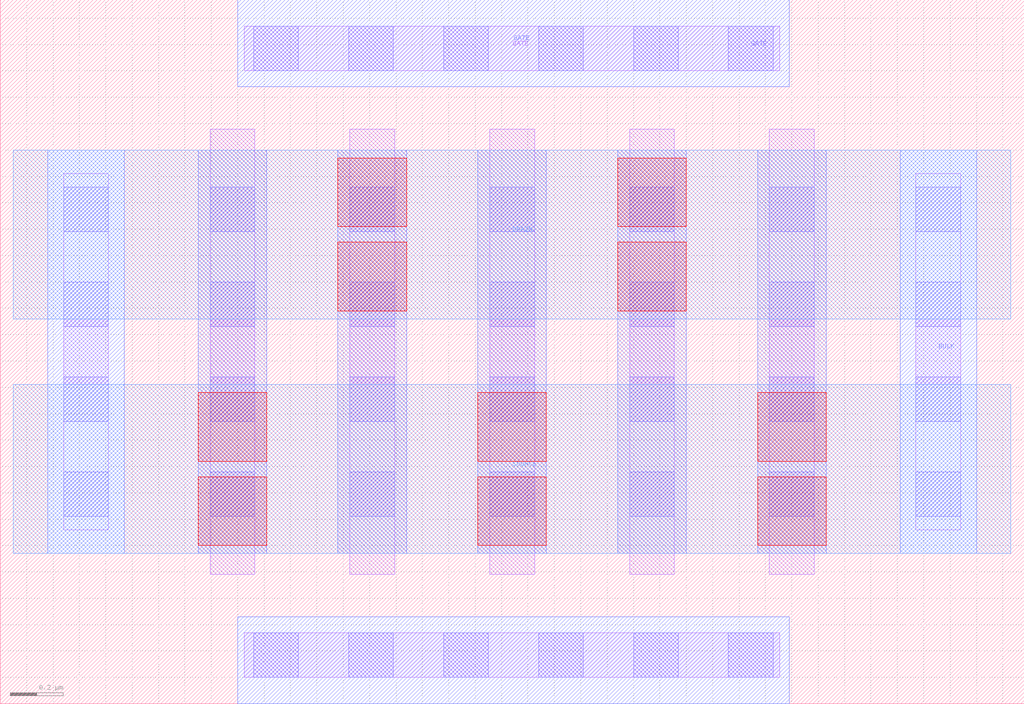
<source format=lef>
# Copyright 2020 The SkyWater PDK Authors
#
# Licensed under the Apache License, Version 2.0 (the "License");
# you may not use this file except in compliance with the License.
# You may obtain a copy of the License at
#
#     https://www.apache.org/licenses/LICENSE-2.0
#
# Unless required by applicable law or agreed to in writing, software
# distributed under the License is distributed on an "AS IS" BASIS,
# WITHOUT WARRANTIES OR CONDITIONS OF ANY KIND, either express or implied.
# See the License for the specific language governing permissions and
# limitations under the License.
#
# SPDX-License-Identifier: Apache-2.0

VERSION 5.7 ;
  NOWIREEXTENSIONATPIN ON ;
  DIVIDERCHAR "/" ;
  BUSBITCHARS "[]" ;
MACRO sky130_fd_pr__rf_pfet_01v8_aM04W1p65L0p25
  CLASS BLOCK ;
  FOREIGN sky130_fd_pr__rf_pfet_01v8_aM04W1p65L0p25 ;
  ORIGIN  0.000000  0.000000 ;
  SIZE  3.880000 BY  2.670000 ;
  PIN BULK
    ANTENNADIFFAREA  0.957000 ;
    PORT
      LAYER met1 ;
        RECT 0.180000 0.570000 0.470000 2.100000 ;
        RECT 3.410000 0.570000 3.700000 2.100000 ;
    END
  END BULK
  PIN DRAIN
    ANTENNADIFFAREA  0.924000 ;
    PORT
      LAYER met2 ;
        RECT 0.050000 1.460000 3.830000 2.100000 ;
    END
  END DRAIN
  PIN GATE
    ANTENNAGATEAREA  1.650000 ;
    PORT
      LAYER li1 ;
        RECT 0.925000 0.100000 2.955000 0.270000 ;
        RECT 0.925000 2.400000 2.955000 2.570000 ;
      LAYER mcon ;
        RECT 0.960000 0.100000 1.130000 0.270000 ;
        RECT 0.960000 2.400000 1.130000 2.570000 ;
        RECT 1.320000 0.100000 1.490000 0.270000 ;
        RECT 1.320000 2.400000 1.490000 2.570000 ;
        RECT 1.680000 0.100000 1.850000 0.270000 ;
        RECT 1.680000 2.400000 1.850000 2.570000 ;
        RECT 2.040000 0.100000 2.210000 0.270000 ;
        RECT 2.040000 2.400000 2.210000 2.570000 ;
        RECT 2.400000 0.100000 2.570000 0.270000 ;
        RECT 2.400000 2.400000 2.570000 2.570000 ;
        RECT 2.760000 0.100000 2.930000 0.270000 ;
        RECT 2.760000 2.400000 2.930000 2.570000 ;
    END
    PORT
      LAYER met1 ;
        RECT 0.900000 0.000000 2.990000 0.330000 ;
        RECT 0.900000 2.340000 2.990000 2.670000 ;
    END
  END GATE
  PIN SOURCE
    ANTENNADIFFAREA  1.386000 ;
    PORT
      LAYER met2 ;
        RECT 0.050000 0.570000 3.830000 1.210000 ;
    END
  END SOURCE
  OBS
    LAYER li1 ;
      RECT 0.240000 0.660000 0.410000 2.010000 ;
      RECT 0.795000 0.490000 0.965000 2.180000 ;
      RECT 1.325000 0.490000 1.495000 2.180000 ;
      RECT 1.855000 0.490000 2.025000 2.180000 ;
      RECT 2.385000 0.490000 2.555000 2.180000 ;
      RECT 2.915000 0.490000 3.085000 2.180000 ;
      RECT 3.470000 0.660000 3.640000 2.010000 ;
    LAYER mcon ;
      RECT 0.240000 0.710000 0.410000 0.880000 ;
      RECT 0.240000 1.070000 0.410000 1.240000 ;
      RECT 0.240000 1.430000 0.410000 1.600000 ;
      RECT 0.240000 1.790000 0.410000 1.960000 ;
      RECT 0.795000 0.710000 0.965000 0.880000 ;
      RECT 0.795000 1.070000 0.965000 1.240000 ;
      RECT 0.795000 1.430000 0.965000 1.600000 ;
      RECT 0.795000 1.790000 0.965000 1.960000 ;
      RECT 1.325000 0.710000 1.495000 0.880000 ;
      RECT 1.325000 1.070000 1.495000 1.240000 ;
      RECT 1.325000 1.430000 1.495000 1.600000 ;
      RECT 1.325000 1.790000 1.495000 1.960000 ;
      RECT 1.855000 0.710000 2.025000 0.880000 ;
      RECT 1.855000 1.070000 2.025000 1.240000 ;
      RECT 1.855000 1.430000 2.025000 1.600000 ;
      RECT 1.855000 1.790000 2.025000 1.960000 ;
      RECT 2.385000 0.710000 2.555000 0.880000 ;
      RECT 2.385000 1.070000 2.555000 1.240000 ;
      RECT 2.385000 1.430000 2.555000 1.600000 ;
      RECT 2.385000 1.790000 2.555000 1.960000 ;
      RECT 2.915000 0.710000 3.085000 0.880000 ;
      RECT 2.915000 1.070000 3.085000 1.240000 ;
      RECT 2.915000 1.430000 3.085000 1.600000 ;
      RECT 2.915000 1.790000 3.085000 1.960000 ;
      RECT 3.470000 0.710000 3.640000 0.880000 ;
      RECT 3.470000 1.070000 3.640000 1.240000 ;
      RECT 3.470000 1.430000 3.640000 1.600000 ;
      RECT 3.470000 1.790000 3.640000 1.960000 ;
    LAYER met1 ;
      RECT 0.750000 0.570000 1.010000 2.100000 ;
      RECT 1.280000 0.570000 1.540000 2.100000 ;
      RECT 1.810000 0.570000 2.070000 2.100000 ;
      RECT 2.340000 0.570000 2.600000 2.100000 ;
      RECT 2.870000 0.570000 3.130000 2.100000 ;
    LAYER via ;
      RECT 0.750000 0.600000 1.010000 0.860000 ;
      RECT 0.750000 0.920000 1.010000 1.180000 ;
      RECT 1.280000 1.490000 1.540000 1.750000 ;
      RECT 1.280000 1.810000 1.540000 2.070000 ;
      RECT 1.810000 0.600000 2.070000 0.860000 ;
      RECT 1.810000 0.920000 2.070000 1.180000 ;
      RECT 2.340000 1.490000 2.600000 1.750000 ;
      RECT 2.340000 1.810000 2.600000 2.070000 ;
      RECT 2.870000 0.600000 3.130000 0.860000 ;
      RECT 2.870000 0.920000 3.130000 1.180000 ;
  END
END sky130_fd_pr__rf_pfet_01v8_aM04W1p65L0p25
END LIBRARY

</source>
